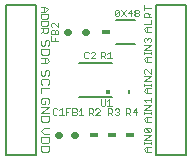
<source format=gto>
G75*
%MOIN*%
%OFA0B0*%
%FSLAX24Y24*%
%IPPOS*%
%LPD*%
%AMOC8*
5,1,8,0,0,1.08239X$1,22.5*
%
%ADD10C,0.0030*%
%ADD11C,0.0080*%
%ADD12C,0.0020*%
%ADD13R,0.0300X0.0180*%
%ADD14C,0.0157*%
%ADD15C,0.0050*%
%ADD16C,0.0220*%
D10*
X001363Y000402D02*
X001315Y000451D01*
X001315Y000596D01*
X001605Y000596D01*
X001605Y000451D01*
X001557Y000402D01*
X001363Y000402D01*
X001363Y000697D02*
X001557Y000697D01*
X001605Y000745D01*
X001605Y000890D01*
X001315Y000890D01*
X001315Y000745D01*
X001363Y000697D01*
X001412Y000992D02*
X001605Y000992D01*
X001412Y000992D02*
X001315Y001088D01*
X001412Y001185D01*
X001605Y001185D01*
X001557Y001402D02*
X001363Y001402D01*
X001315Y001451D01*
X001315Y001596D01*
X001605Y001596D01*
X001605Y001451D01*
X001557Y001402D01*
X001605Y001697D02*
X001315Y001697D01*
X001605Y001890D01*
X001315Y001890D01*
X001363Y001992D02*
X001460Y001992D01*
X001460Y002088D01*
X001363Y001992D02*
X001315Y002040D01*
X001315Y002137D01*
X001363Y002185D01*
X001557Y002185D01*
X001605Y002137D01*
X001605Y002040D01*
X001557Y001992D01*
X001315Y002352D02*
X001315Y002546D01*
X001605Y002546D01*
X001557Y002647D02*
X001605Y002695D01*
X001605Y002792D01*
X001557Y002840D01*
X001363Y002840D01*
X001315Y002792D01*
X001315Y002695D01*
X001363Y002647D01*
X001363Y002942D02*
X001315Y002990D01*
X001315Y003087D01*
X001363Y003135D01*
X001460Y003087D02*
X001460Y002990D01*
X001412Y002942D01*
X001363Y002942D01*
X001460Y003087D02*
X001508Y003135D01*
X001557Y003135D01*
X001605Y003087D01*
X001605Y002990D01*
X001557Y002942D01*
X001508Y003352D02*
X001315Y003352D01*
X001460Y003352D02*
X001460Y003546D01*
X001508Y003546D02*
X001605Y003449D01*
X001508Y003352D01*
X001508Y003546D02*
X001315Y003546D01*
X001363Y003647D02*
X001557Y003647D01*
X001605Y003695D01*
X001605Y003840D01*
X001315Y003840D01*
X001315Y003695D01*
X001363Y003647D01*
X001363Y003942D02*
X001315Y003990D01*
X001315Y004087D01*
X001363Y004135D01*
X001460Y004087D02*
X001460Y003990D01*
X001412Y003942D01*
X001363Y003942D01*
X001460Y004087D02*
X001508Y004135D01*
X001557Y004135D01*
X001605Y004087D01*
X001605Y003990D01*
X001557Y003942D01*
X001507Y004363D02*
X001430Y004363D01*
X001392Y004402D01*
X001392Y004517D01*
X001392Y004440D02*
X001315Y004363D01*
X001315Y004517D02*
X001545Y004517D01*
X001545Y004402D01*
X001507Y004363D01*
X001507Y004603D02*
X001353Y004603D01*
X001315Y004641D01*
X001315Y004756D01*
X001545Y004756D01*
X001545Y004641D01*
X001507Y004603D01*
X001507Y004842D02*
X001353Y004842D01*
X001315Y004880D01*
X001315Y004996D01*
X001545Y004996D01*
X001545Y004880D01*
X001507Y004842D01*
X001468Y005082D02*
X001315Y005082D01*
X001430Y005082D02*
X001430Y005235D01*
X001468Y005235D02*
X001545Y005158D01*
X001468Y005082D01*
X001468Y005235D02*
X001315Y005235D01*
X004755Y005210D02*
X004985Y005210D01*
X004985Y005047D02*
X004908Y004971D01*
X004908Y005009D02*
X004908Y004894D01*
X004985Y004894D02*
X004755Y004894D01*
X004755Y005009D01*
X004793Y005047D01*
X004870Y005047D01*
X004908Y005009D01*
X004755Y005133D02*
X004755Y005287D01*
X004985Y004808D02*
X004985Y004654D01*
X004755Y004654D01*
X004832Y004568D02*
X004985Y004568D01*
X004870Y004568D02*
X004870Y004415D01*
X004832Y004415D02*
X004755Y004492D01*
X004832Y004568D01*
X004832Y004415D02*
X004985Y004415D01*
X004947Y004207D02*
X004908Y004207D01*
X004870Y004169D01*
X004870Y004130D01*
X004870Y004169D02*
X004832Y004207D01*
X004793Y004207D01*
X004755Y004169D01*
X004755Y004092D01*
X004793Y004053D01*
X004755Y003967D02*
X004985Y003967D01*
X004755Y003814D01*
X004985Y003814D01*
X004985Y003731D02*
X004985Y003654D01*
X004985Y003693D02*
X004755Y003693D01*
X004755Y003731D02*
X004755Y003654D01*
X004832Y003568D02*
X004985Y003568D01*
X004870Y003568D02*
X004870Y003415D01*
X004832Y003415D02*
X004755Y003492D01*
X004832Y003568D01*
X004832Y003415D02*
X004985Y003415D01*
X004985Y003157D02*
X004985Y003003D01*
X004832Y003157D01*
X004793Y003157D01*
X004755Y003119D01*
X004755Y003042D01*
X004793Y003003D01*
X004755Y002917D02*
X004985Y002917D01*
X004755Y002764D01*
X004985Y002764D01*
X004985Y002681D02*
X004985Y002604D01*
X004985Y002643D02*
X004755Y002643D01*
X004755Y002681D02*
X004755Y002604D01*
X004832Y002518D02*
X004985Y002518D01*
X004870Y002518D02*
X004870Y002365D01*
X004832Y002365D02*
X004755Y002442D01*
X004832Y002518D01*
X004832Y002365D02*
X004985Y002365D01*
X004985Y002207D02*
X004985Y002053D01*
X004985Y001967D02*
X004755Y001967D01*
X004832Y002053D02*
X004755Y002130D01*
X004985Y002130D01*
X004985Y001967D02*
X004755Y001814D01*
X004985Y001814D01*
X004985Y001731D02*
X004985Y001654D01*
X004985Y001693D02*
X004755Y001693D01*
X004755Y001731D02*
X004755Y001654D01*
X004832Y001568D02*
X004985Y001568D01*
X004870Y001568D02*
X004870Y001415D01*
X004832Y001415D02*
X004755Y001492D01*
X004832Y001568D01*
X004832Y001415D02*
X004985Y001415D01*
X004947Y001207D02*
X004793Y001207D01*
X004947Y001053D01*
X004985Y001092D01*
X004985Y001169D01*
X004947Y001207D01*
X004793Y001207D02*
X004755Y001169D01*
X004755Y001092D01*
X004793Y001053D01*
X004947Y001053D01*
X004985Y000967D02*
X004755Y000967D01*
X004755Y000814D02*
X004985Y000967D01*
X004985Y000814D02*
X004755Y000814D01*
X004755Y000731D02*
X004755Y000654D01*
X004755Y000693D02*
X004985Y000693D01*
X004985Y000731D02*
X004985Y000654D01*
X004985Y000568D02*
X004832Y000568D01*
X004755Y000492D01*
X004832Y000415D01*
X004985Y000415D01*
X004870Y000415D02*
X004870Y000568D01*
X004947Y004053D02*
X004985Y004092D01*
X004985Y004169D01*
X004947Y004207D01*
D11*
X001150Y000300D02*
X000150Y000300D01*
X000150Y005300D01*
X001150Y005300D01*
X001150Y000300D01*
X002599Y002239D02*
X003701Y002239D01*
X003701Y003361D02*
X002599Y003361D01*
X003835Y004006D02*
X004465Y004006D01*
X004465Y004794D02*
X003835Y004794D01*
X005150Y005300D02*
X006150Y005300D01*
X006150Y000300D01*
X005150Y000300D01*
X005150Y005300D01*
D12*
X004586Y005103D02*
X004586Y005067D01*
X004549Y005030D01*
X004476Y005030D01*
X004439Y005067D01*
X004439Y005103D01*
X004476Y005140D01*
X004549Y005140D01*
X004586Y005103D01*
X004549Y005030D02*
X004586Y004993D01*
X004586Y004957D01*
X004549Y004920D01*
X004476Y004920D01*
X004439Y004957D01*
X004439Y004993D01*
X004476Y005030D01*
X004365Y005030D02*
X004218Y005030D01*
X004328Y005140D01*
X004328Y004920D01*
X004144Y004920D02*
X003997Y005140D01*
X003923Y005103D02*
X003776Y004957D01*
X003813Y004920D01*
X003886Y004920D01*
X003923Y004957D01*
X003923Y005103D01*
X003886Y005140D01*
X003813Y005140D01*
X003776Y005103D01*
X003776Y004957D01*
X003997Y004920D02*
X004144Y005140D01*
X003612Y003740D02*
X003612Y003520D01*
X003539Y003520D02*
X003686Y003520D01*
X003539Y003667D02*
X003612Y003740D01*
X003465Y003703D02*
X003465Y003630D01*
X003428Y003593D01*
X003318Y003593D01*
X003318Y003520D02*
X003318Y003740D01*
X003428Y003740D01*
X003465Y003703D01*
X003391Y003593D02*
X003465Y003520D01*
X003136Y003520D02*
X002989Y003520D01*
X003136Y003667D01*
X003136Y003703D01*
X003099Y003740D01*
X003026Y003740D01*
X002989Y003703D01*
X002915Y003703D02*
X002878Y003740D01*
X002805Y003740D01*
X002768Y003703D01*
X002768Y003557D01*
X002805Y003520D01*
X002878Y003520D01*
X002915Y003557D01*
X001890Y004110D02*
X001670Y004110D01*
X001670Y004257D01*
X001670Y004331D02*
X001670Y004441D01*
X001707Y004478D01*
X001743Y004478D01*
X001780Y004441D01*
X001780Y004331D01*
X001890Y004331D02*
X001890Y004441D01*
X001853Y004478D01*
X001817Y004478D01*
X001780Y004441D01*
X001707Y004552D02*
X001670Y004589D01*
X001670Y004662D01*
X001707Y004699D01*
X001743Y004699D01*
X001890Y004552D01*
X001890Y004699D01*
X001890Y004331D02*
X001670Y004331D01*
X001780Y004183D02*
X001780Y004110D01*
X003310Y002163D02*
X003310Y001980D01*
X003347Y001943D01*
X003420Y001943D01*
X003457Y001980D01*
X003457Y002163D01*
X003531Y002090D02*
X003605Y002163D01*
X003605Y001943D01*
X003678Y001943D02*
X003531Y001943D01*
X003560Y001850D02*
X003670Y001850D01*
X003707Y001813D01*
X003707Y001740D01*
X003670Y001703D01*
X003560Y001703D01*
X003560Y001630D02*
X003560Y001850D01*
X003633Y001703D02*
X003707Y001630D01*
X003781Y001667D02*
X003818Y001630D01*
X003891Y001630D01*
X003928Y001667D01*
X003928Y001703D01*
X003891Y001740D01*
X003854Y001740D01*
X003891Y001740D02*
X003928Y001777D01*
X003928Y001813D01*
X003891Y001850D01*
X003818Y001850D01*
X003781Y001813D01*
X004160Y001850D02*
X004160Y001630D01*
X004160Y001703D02*
X004270Y001703D01*
X004307Y001740D01*
X004307Y001813D01*
X004270Y001850D01*
X004160Y001850D01*
X004233Y001703D02*
X004307Y001630D01*
X004381Y001740D02*
X004528Y001740D01*
X004491Y001630D02*
X004491Y001850D01*
X004381Y001740D01*
X003278Y001777D02*
X003278Y001813D01*
X003241Y001850D01*
X003168Y001850D01*
X003131Y001813D01*
X003057Y001813D02*
X003057Y001740D01*
X003020Y001703D01*
X002910Y001703D01*
X002910Y001630D02*
X002910Y001850D01*
X003020Y001850D01*
X003057Y001813D01*
X002983Y001703D02*
X003057Y001630D01*
X003131Y001630D02*
X003278Y001777D01*
X003278Y001630D02*
X003131Y001630D01*
X002736Y001630D02*
X002589Y001630D01*
X002662Y001630D02*
X002662Y001850D01*
X002589Y001777D01*
X002515Y001777D02*
X002478Y001740D01*
X002368Y001740D01*
X002368Y001630D02*
X002478Y001630D01*
X002515Y001667D01*
X002515Y001703D01*
X002478Y001740D01*
X002515Y001777D02*
X002515Y001813D01*
X002478Y001850D01*
X002368Y001850D01*
X002368Y001630D01*
X002220Y001740D02*
X002147Y001740D01*
X002147Y001630D02*
X002147Y001850D01*
X002294Y001850D01*
X002086Y001640D02*
X001939Y001640D01*
X002012Y001640D02*
X002012Y001860D01*
X001939Y001787D01*
X001865Y001823D02*
X001828Y001860D01*
X001755Y001860D01*
X001718Y001823D01*
X001718Y001677D01*
X001755Y001640D01*
X001828Y001640D01*
X001865Y001677D01*
D13*
X003100Y000970D03*
X003700Y000970D03*
X004300Y000970D03*
X003500Y004400D03*
D14*
X003563Y002387D03*
D15*
X004250Y002350D02*
X004250Y002450D01*
D16*
X002452Y000970D02*
X002428Y000970D01*
X001912Y000970D02*
X001888Y000970D01*
X002188Y004400D02*
X002212Y004400D01*
X002788Y004400D02*
X002812Y004400D01*
M02*

</source>
